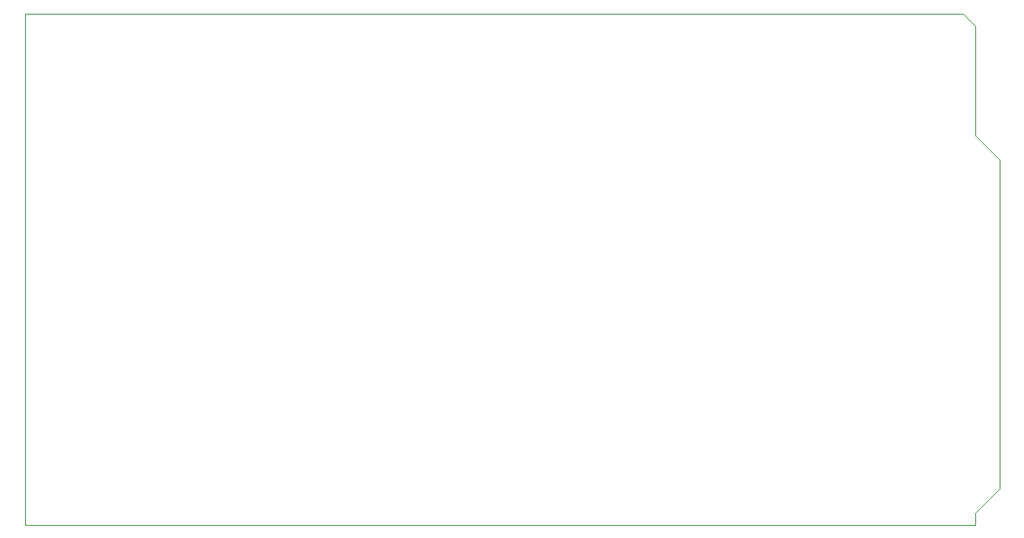
<source format=gbr>
%TF.GenerationSoftware,KiCad,Pcbnew,5.1.6*%
%TF.CreationDate,2020-09-04T11:32:19-04:00*%
%TF.ProjectId,rf-analyzer,72662d61-6e61-46c7-997a-65722e6b6963,rev?*%
%TF.SameCoordinates,Original*%
%TF.FileFunction,Profile,NP*%
%FSLAX46Y46*%
G04 Gerber Fmt 4.6, Leading zero omitted, Abs format (unit mm)*
G04 Created by KiCad (PCBNEW 5.1.6) date 2020-09-04 11:32:19*
%MOMM*%
%LPD*%
G01*
G04 APERTURE LIST*
%TA.AperFunction,Profile*%
%ADD10C,0.100000*%
%TD*%
G04 APERTURE END LIST*
D10*
X100330000Y-132080000D02*
X100330000Y-78740000D01*
X199390000Y-132080000D02*
X100330000Y-132080000D01*
X199390000Y-130810000D02*
X199390000Y-132080000D01*
X201930000Y-128270000D02*
X199390000Y-130810000D01*
X201930000Y-93980000D02*
X201930000Y-128270000D01*
X199390000Y-91440000D02*
X201930000Y-93980000D01*
X199390000Y-80010000D02*
X199390000Y-91440000D01*
X198120000Y-78740000D02*
X199390000Y-80010000D01*
X100330000Y-78740000D02*
X198120000Y-78740000D01*
M02*

</source>
